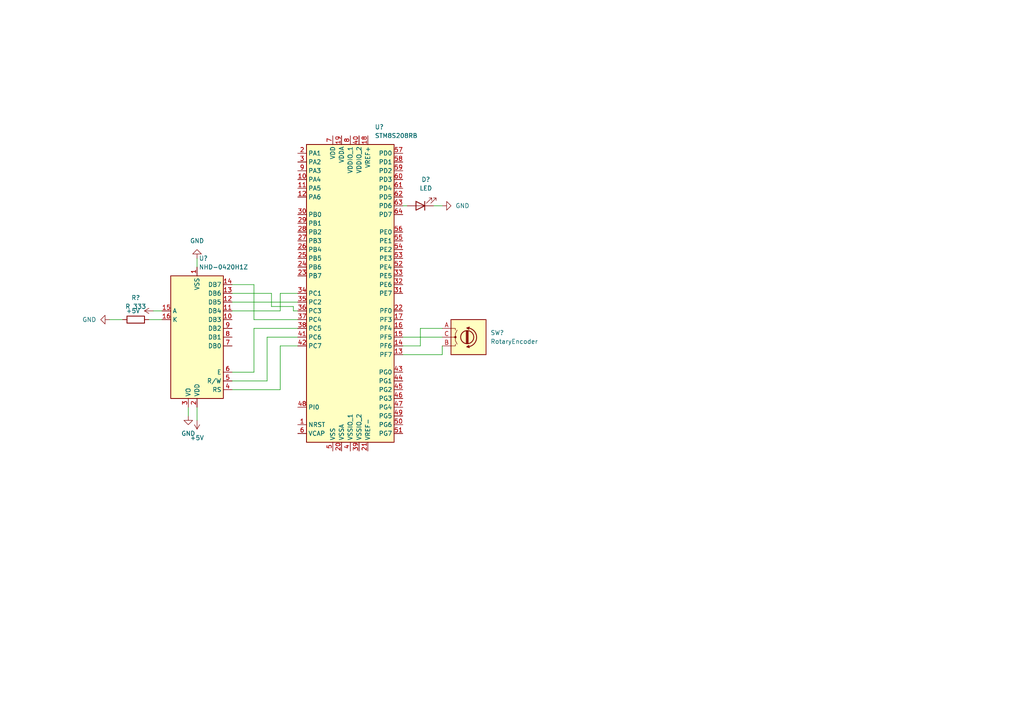
<source format=kicad_sch>
(kicad_sch (version 20211123) (generator eeschema)

  (uuid 9538e4ed-27e6-4c37-b989-9859dc0d49e8)

  (paper "A4")

  (lib_symbols
    (symbol "Device:LED" (pin_numbers hide) (pin_names (offset 1.016) hide) (in_bom yes) (on_board yes)
      (property "Reference" "D" (id 0) (at 0 2.54 0)
        (effects (font (size 1.27 1.27)))
      )
      (property "Value" "LED" (id 1) (at 0 -2.54 0)
        (effects (font (size 1.27 1.27)))
      )
      (property "Footprint" "" (id 2) (at 0 0 0)
        (effects (font (size 1.27 1.27)) hide)
      )
      (property "Datasheet" "~" (id 3) (at 0 0 0)
        (effects (font (size 1.27 1.27)) hide)
      )
      (property "ki_keywords" "LED diode" (id 4) (at 0 0 0)
        (effects (font (size 1.27 1.27)) hide)
      )
      (property "ki_description" "Light emitting diode" (id 5) (at 0 0 0)
        (effects (font (size 1.27 1.27)) hide)
      )
      (property "ki_fp_filters" "LED* LED_SMD:* LED_THT:*" (id 6) (at 0 0 0)
        (effects (font (size 1.27 1.27)) hide)
      )
      (symbol "LED_0_1"
        (polyline
          (pts
            (xy -1.27 -1.27)
            (xy -1.27 1.27)
          )
          (stroke (width 0.254) (type default) (color 0 0 0 0))
          (fill (type none))
        )
        (polyline
          (pts
            (xy -1.27 0)
            (xy 1.27 0)
          )
          (stroke (width 0) (type default) (color 0 0 0 0))
          (fill (type none))
        )
        (polyline
          (pts
            (xy 1.27 -1.27)
            (xy 1.27 1.27)
            (xy -1.27 0)
            (xy 1.27 -1.27)
          )
          (stroke (width 0.254) (type default) (color 0 0 0 0))
          (fill (type none))
        )
        (polyline
          (pts
            (xy -3.048 -0.762)
            (xy -4.572 -2.286)
            (xy -3.81 -2.286)
            (xy -4.572 -2.286)
            (xy -4.572 -1.524)
          )
          (stroke (width 0) (type default) (color 0 0 0 0))
          (fill (type none))
        )
        (polyline
          (pts
            (xy -1.778 -0.762)
            (xy -3.302 -2.286)
            (xy -2.54 -2.286)
            (xy -3.302 -2.286)
            (xy -3.302 -1.524)
          )
          (stroke (width 0) (type default) (color 0 0 0 0))
          (fill (type none))
        )
      )
      (symbol "LED_1_1"
        (pin passive line (at -3.81 0 0) (length 2.54)
          (name "K" (effects (font (size 1.27 1.27))))
          (number "1" (effects (font (size 1.27 1.27))))
        )
        (pin passive line (at 3.81 0 180) (length 2.54)
          (name "A" (effects (font (size 1.27 1.27))))
          (number "2" (effects (font (size 1.27 1.27))))
        )
      )
    )
    (symbol "Device:R" (pin_numbers hide) (pin_names (offset 0)) (in_bom yes) (on_board yes)
      (property "Reference" "R" (id 0) (at 2.032 0 90)
        (effects (font (size 1.27 1.27)))
      )
      (property "Value" "R" (id 1) (at 0 0 90)
        (effects (font (size 1.27 1.27)))
      )
      (property "Footprint" "" (id 2) (at -1.778 0 90)
        (effects (font (size 1.27 1.27)) hide)
      )
      (property "Datasheet" "~" (id 3) (at 0 0 0)
        (effects (font (size 1.27 1.27)) hide)
      )
      (property "ki_keywords" "R res resistor" (id 4) (at 0 0 0)
        (effects (font (size 1.27 1.27)) hide)
      )
      (property "ki_description" "Resistor" (id 5) (at 0 0 0)
        (effects (font (size 1.27 1.27)) hide)
      )
      (property "ki_fp_filters" "R_*" (id 6) (at 0 0 0)
        (effects (font (size 1.27 1.27)) hide)
      )
      (symbol "R_0_1"
        (rectangle (start -1.016 -2.54) (end 1.016 2.54)
          (stroke (width 0.254) (type default) (color 0 0 0 0))
          (fill (type none))
        )
      )
      (symbol "R_1_1"
        (pin passive line (at 0 3.81 270) (length 1.27)
          (name "~" (effects (font (size 1.27 1.27))))
          (number "1" (effects (font (size 1.27 1.27))))
        )
        (pin passive line (at 0 -3.81 90) (length 1.27)
          (name "~" (effects (font (size 1.27 1.27))))
          (number "2" (effects (font (size 1.27 1.27))))
        )
      )
    )
    (symbol "Device:RotaryEncoder" (pin_names (offset 0.254) hide) (in_bom yes) (on_board yes)
      (property "Reference" "SW" (id 0) (at 0 6.604 0)
        (effects (font (size 1.27 1.27)))
      )
      (property "Value" "RotaryEncoder" (id 1) (at 0 -6.604 0)
        (effects (font (size 1.27 1.27)))
      )
      (property "Footprint" "" (id 2) (at -3.81 4.064 0)
        (effects (font (size 1.27 1.27)) hide)
      )
      (property "Datasheet" "~" (id 3) (at 0 6.604 0)
        (effects (font (size 1.27 1.27)) hide)
      )
      (property "ki_keywords" "rotary switch encoder" (id 4) (at 0 0 0)
        (effects (font (size 1.27 1.27)) hide)
      )
      (property "ki_description" "Rotary encoder, dual channel, incremental quadrate outputs" (id 5) (at 0 0 0)
        (effects (font (size 1.27 1.27)) hide)
      )
      (property "ki_fp_filters" "RotaryEncoder*" (id 6) (at 0 0 0)
        (effects (font (size 1.27 1.27)) hide)
      )
      (symbol "RotaryEncoder_0_1"
        (rectangle (start -5.08 5.08) (end 5.08 -5.08)
          (stroke (width 0.254) (type default) (color 0 0 0 0))
          (fill (type background))
        )
        (circle (center -3.81 0) (radius 0.254)
          (stroke (width 0) (type default) (color 0 0 0 0))
          (fill (type outline))
        )
        (arc (start -0.381 -2.794) (mid 2.3622 -0.0635) (end -0.381 2.667)
          (stroke (width 0.254) (type default) (color 0 0 0 0))
          (fill (type none))
        )
        (circle (center -0.381 0) (radius 1.905)
          (stroke (width 0.254) (type default) (color 0 0 0 0))
          (fill (type none))
        )
        (polyline
          (pts
            (xy -0.635 -1.778)
            (xy -0.635 1.778)
          )
          (stroke (width 0.254) (type default) (color 0 0 0 0))
          (fill (type none))
        )
        (polyline
          (pts
            (xy -0.381 -1.778)
            (xy -0.381 1.778)
          )
          (stroke (width 0.254) (type default) (color 0 0 0 0))
          (fill (type none))
        )
        (polyline
          (pts
            (xy -0.127 1.778)
            (xy -0.127 -1.778)
          )
          (stroke (width 0.254) (type default) (color 0 0 0 0))
          (fill (type none))
        )
        (polyline
          (pts
            (xy -5.08 -2.54)
            (xy -3.81 -2.54)
            (xy -3.81 -2.032)
          )
          (stroke (width 0) (type default) (color 0 0 0 0))
          (fill (type none))
        )
        (polyline
          (pts
            (xy -5.08 2.54)
            (xy -3.81 2.54)
            (xy -3.81 2.032)
          )
          (stroke (width 0) (type default) (color 0 0 0 0))
          (fill (type none))
        )
        (polyline
          (pts
            (xy 0.254 -3.048)
            (xy -0.508 -2.794)
            (xy 0.127 -2.413)
          )
          (stroke (width 0.254) (type default) (color 0 0 0 0))
          (fill (type none))
        )
        (polyline
          (pts
            (xy 0.254 2.921)
            (xy -0.508 2.667)
            (xy 0.127 2.286)
          )
          (stroke (width 0.254) (type default) (color 0 0 0 0))
          (fill (type none))
        )
        (polyline
          (pts
            (xy -5.08 0)
            (xy -3.81 0)
            (xy -3.81 -1.016)
            (xy -3.302 -2.032)
          )
          (stroke (width 0) (type default) (color 0 0 0 0))
          (fill (type none))
        )
        (polyline
          (pts
            (xy -4.318 0)
            (xy -3.81 0)
            (xy -3.81 1.016)
            (xy -3.302 2.032)
          )
          (stroke (width 0) (type default) (color 0 0 0 0))
          (fill (type none))
        )
      )
      (symbol "RotaryEncoder_1_1"
        (pin passive line (at -7.62 2.54 0) (length 2.54)
          (name "A" (effects (font (size 1.27 1.27))))
          (number "A" (effects (font (size 1.27 1.27))))
        )
        (pin passive line (at -7.62 -2.54 0) (length 2.54)
          (name "B" (effects (font (size 1.27 1.27))))
          (number "B" (effects (font (size 1.27 1.27))))
        )
        (pin passive line (at -7.62 0 0) (length 2.54)
          (name "C" (effects (font (size 1.27 1.27))))
          (number "C" (effects (font (size 1.27 1.27))))
        )
      )
    )
    (symbol "Display_Character:NHD-0420H1Z" (in_bom yes) (on_board yes)
      (property "Reference" "U" (id 0) (at -6.35 19.05 0)
        (effects (font (size 1.27 1.27)))
      )
      (property "Value" "NHD-0420H1Z" (id 1) (at 5.08 19.05 0)
        (effects (font (size 1.27 1.27)) (justify left))
      )
      (property "Footprint" "Display:NHD-0420H1Z" (id 2) (at 0 -22.86 0)
        (effects (font (size 1.27 1.27)) hide)
      )
      (property "Datasheet" "http://www.newhavendisplay.com/specs/NHD-0420H1Z-FSW-GBW-33V3.pdf" (id 3) (at 2.54 -2.54 0)
        (effects (font (size 1.27 1.27)) hide)
      )
      (property "ki_keywords" "display LCD 20x4" (id 4) (at 0 0 0)
        (effects (font (size 1.27 1.27)) hide)
      )
      (property "ki_description" "LCD 20x4 Alphanumeric 16pin Blue/White/Green Backlight, 8bit parallel, 3.3V VDD" (id 5) (at 0 0 0)
        (effects (font (size 1.27 1.27)) hide)
      )
      (property "ki_fp_filters" "NHD*0420H1Z*" (id 6) (at 0 0 0)
        (effects (font (size 1.27 1.27)) hide)
      )
      (symbol "NHD-0420H1Z_0_1"
        (rectangle (start -7.62 17.78) (end 7.62 -17.78)
          (stroke (width 0.254) (type default) (color 0 0 0 0))
          (fill (type background))
        )
      )
      (symbol "NHD-0420H1Z_1_1"
        (pin power_in line (at 0 -20.32 90) (length 2.54)
          (name "VSS" (effects (font (size 1.27 1.27))))
          (number "1" (effects (font (size 1.27 1.27))))
        )
        (pin bidirectional line (at -10.16 -5.08 0) (length 2.54)
          (name "DB3" (effects (font (size 1.27 1.27))))
          (number "10" (effects (font (size 1.27 1.27))))
        )
        (pin bidirectional line (at -10.16 -7.62 0) (length 2.54)
          (name "DB4" (effects (font (size 1.27 1.27))))
          (number "11" (effects (font (size 1.27 1.27))))
        )
        (pin bidirectional line (at -10.16 -10.16 0) (length 2.54)
          (name "DB5" (effects (font (size 1.27 1.27))))
          (number "12" (effects (font (size 1.27 1.27))))
        )
        (pin bidirectional line (at -10.16 -12.7 0) (length 2.54)
          (name "DB6" (effects (font (size 1.27 1.27))))
          (number "13" (effects (font (size 1.27 1.27))))
        )
        (pin bidirectional line (at -10.16 -15.24 0) (length 2.54)
          (name "DB7" (effects (font (size 1.27 1.27))))
          (number "14" (effects (font (size 1.27 1.27))))
        )
        (pin passive line (at 10.16 -7.62 180) (length 2.54)
          (name "A" (effects (font (size 1.27 1.27))))
          (number "15" (effects (font (size 1.27 1.27))))
        )
        (pin passive line (at 10.16 -5.08 180) (length 2.54)
          (name "K" (effects (font (size 1.27 1.27))))
          (number "16" (effects (font (size 1.27 1.27))))
        )
        (pin power_in line (at 0 20.32 270) (length 2.54)
          (name "VDD" (effects (font (size 1.27 1.27))))
          (number "2" (effects (font (size 1.27 1.27))))
        )
        (pin power_in line (at 2.54 20.32 270) (length 2.54)
          (name "VO" (effects (font (size 1.27 1.27))))
          (number "3" (effects (font (size 1.27 1.27))))
        )
        (pin input line (at -10.16 15.24 0) (length 2.54)
          (name "RS" (effects (font (size 1.27 1.27))))
          (number "4" (effects (font (size 1.27 1.27))))
        )
        (pin input line (at -10.16 12.7 0) (length 2.54)
          (name "R/W" (effects (font (size 1.27 1.27))))
          (number "5" (effects (font (size 1.27 1.27))))
        )
        (pin input line (at -10.16 10.16 0) (length 2.54)
          (name "E" (effects (font (size 1.27 1.27))))
          (number "6" (effects (font (size 1.27 1.27))))
        )
        (pin bidirectional line (at -10.16 2.54 0) (length 2.54)
          (name "DB0" (effects (font (size 1.27 1.27))))
          (number "7" (effects (font (size 1.27 1.27))))
        )
        (pin bidirectional line (at -10.16 0 0) (length 2.54)
          (name "DB1" (effects (font (size 1.27 1.27))))
          (number "8" (effects (font (size 1.27 1.27))))
        )
        (pin bidirectional line (at -10.16 -2.54 0) (length 2.54)
          (name "DB2" (effects (font (size 1.27 1.27))))
          (number "9" (effects (font (size 1.27 1.27))))
        )
      )
    )
    (symbol "MCU_ST_STM8:STM8S208RB" (in_bom yes) (on_board yes)
      (property "Reference" "U" (id 0) (at 13.97 48.26 0)
        (effects (font (size 1.27 1.27)))
      )
      (property "Value" "STM8S208RB" (id 1) (at 13.97 45.72 0)
        (effects (font (size 1.27 1.27)))
      )
      (property "Footprint" "Package_QFP:LQFP-64_10x10mm_P0.5mm" (id 2) (at 1.27 -55.88 0)
        (effects (font (size 1.27 1.27)) hide)
      )
      (property "Datasheet" "https://www.st.com/resource/en/datasheet/stm8s208rb.pdf" (id 3) (at -2.54 0 0)
        (effects (font (size 1.27 1.27)) hide)
      )
      (property "ki_keywords" "STM8 Microcontroller Performance Line" (id 4) (at 0 0 0)
        (effects (font (size 1.27 1.27)) hide)
      )
      (property "ki_description" "24MHz, 128K Flash, 2K EEPROM, 10-bit ADC, 2 UARTs, SPI, I²C, CAN, LQFP-64" (id 5) (at 0 0 0)
        (effects (font (size 1.27 1.27)) hide)
      )
      (property "ki_fp_filters" "LQFP*10x10mm*P0.5mm*" (id 6) (at 0 0 0)
        (effects (font (size 1.27 1.27)) hide)
      )
      (symbol "STM8S208RB_0_1"
        (rectangle (start 12.7 43.18) (end -12.7 -43.18)
          (stroke (width 0.254) (type default) (color 0 0 0 0))
          (fill (type background))
        )
      )
      (symbol "STM8S208RB_1_1"
        (pin input line (at -15.24 -38.1 0) (length 2.54)
          (name "NRST" (effects (font (size 1.27 1.27))))
          (number "1" (effects (font (size 1.27 1.27))))
        )
        (pin bidirectional line (at -15.24 33.02 0) (length 2.54)
          (name "PA4" (effects (font (size 1.27 1.27))))
          (number "10" (effects (font (size 1.27 1.27))))
        )
        (pin bidirectional line (at -15.24 30.48 0) (length 2.54)
          (name "PA5" (effects (font (size 1.27 1.27))))
          (number "11" (effects (font (size 1.27 1.27))))
        )
        (pin bidirectional line (at -15.24 27.94 0) (length 2.54)
          (name "PA6" (effects (font (size 1.27 1.27))))
          (number "12" (effects (font (size 1.27 1.27))))
        )
        (pin bidirectional line (at 15.24 -17.78 180) (length 2.54)
          (name "PF7" (effects (font (size 1.27 1.27))))
          (number "13" (effects (font (size 1.27 1.27))))
        )
        (pin bidirectional line (at 15.24 -15.24 180) (length 2.54)
          (name "PF6" (effects (font (size 1.27 1.27))))
          (number "14" (effects (font (size 1.27 1.27))))
        )
        (pin bidirectional line (at 15.24 -12.7 180) (length 2.54)
          (name "PF5" (effects (font (size 1.27 1.27))))
          (number "15" (effects (font (size 1.27 1.27))))
        )
        (pin bidirectional line (at 15.24 -10.16 180) (length 2.54)
          (name "PF4" (effects (font (size 1.27 1.27))))
          (number "16" (effects (font (size 1.27 1.27))))
        )
        (pin bidirectional line (at 15.24 -7.62 180) (length 2.54)
          (name "PF3" (effects (font (size 1.27 1.27))))
          (number "17" (effects (font (size 1.27 1.27))))
        )
        (pin power_in line (at 5.08 45.72 270) (length 2.54)
          (name "VREF+" (effects (font (size 1.27 1.27))))
          (number "18" (effects (font (size 1.27 1.27))))
        )
        (pin power_in line (at -2.54 45.72 270) (length 2.54)
          (name "VDDA" (effects (font (size 1.27 1.27))))
          (number "19" (effects (font (size 1.27 1.27))))
        )
        (pin bidirectional line (at -15.24 40.64 0) (length 2.54)
          (name "PA1" (effects (font (size 1.27 1.27))))
          (number "2" (effects (font (size 1.27 1.27))))
        )
        (pin power_in line (at -2.54 -45.72 90) (length 2.54)
          (name "VSSA" (effects (font (size 1.27 1.27))))
          (number "20" (effects (font (size 1.27 1.27))))
        )
        (pin power_in line (at 5.08 -45.72 90) (length 2.54)
          (name "VREF-" (effects (font (size 1.27 1.27))))
          (number "21" (effects (font (size 1.27 1.27))))
        )
        (pin bidirectional line (at 15.24 -5.08 180) (length 2.54)
          (name "PF0" (effects (font (size 1.27 1.27))))
          (number "22" (effects (font (size 1.27 1.27))))
        )
        (pin bidirectional line (at -15.24 5.08 0) (length 2.54)
          (name "PB7" (effects (font (size 1.27 1.27))))
          (number "23" (effects (font (size 1.27 1.27))))
        )
        (pin bidirectional line (at -15.24 7.62 0) (length 2.54)
          (name "PB6" (effects (font (size 1.27 1.27))))
          (number "24" (effects (font (size 1.27 1.27))))
        )
        (pin bidirectional line (at -15.24 10.16 0) (length 2.54)
          (name "PB5" (effects (font (size 1.27 1.27))))
          (number "25" (effects (font (size 1.27 1.27))))
        )
        (pin bidirectional line (at -15.24 12.7 0) (length 2.54)
          (name "PB4" (effects (font (size 1.27 1.27))))
          (number "26" (effects (font (size 1.27 1.27))))
        )
        (pin bidirectional line (at -15.24 15.24 0) (length 2.54)
          (name "PB3" (effects (font (size 1.27 1.27))))
          (number "27" (effects (font (size 1.27 1.27))))
        )
        (pin bidirectional line (at -15.24 17.78 0) (length 2.54)
          (name "PB2" (effects (font (size 1.27 1.27))))
          (number "28" (effects (font (size 1.27 1.27))))
        )
        (pin bidirectional line (at -15.24 20.32 0) (length 2.54)
          (name "PB1" (effects (font (size 1.27 1.27))))
          (number "29" (effects (font (size 1.27 1.27))))
        )
        (pin bidirectional line (at -15.24 38.1 0) (length 2.54)
          (name "PA2" (effects (font (size 1.27 1.27))))
          (number "3" (effects (font (size 1.27 1.27))))
        )
        (pin bidirectional line (at -15.24 22.86 0) (length 2.54)
          (name "PB0" (effects (font (size 1.27 1.27))))
          (number "30" (effects (font (size 1.27 1.27))))
        )
        (pin bidirectional line (at 15.24 0 180) (length 2.54)
          (name "PE7" (effects (font (size 1.27 1.27))))
          (number "31" (effects (font (size 1.27 1.27))))
        )
        (pin bidirectional line (at 15.24 2.54 180) (length 2.54)
          (name "PE6" (effects (font (size 1.27 1.27))))
          (number "32" (effects (font (size 1.27 1.27))))
        )
        (pin bidirectional line (at 15.24 5.08 180) (length 2.54)
          (name "PE5" (effects (font (size 1.27 1.27))))
          (number "33" (effects (font (size 1.27 1.27))))
        )
        (pin bidirectional line (at -15.24 0 0) (length 2.54)
          (name "PC1" (effects (font (size 1.27 1.27))))
          (number "34" (effects (font (size 1.27 1.27))))
        )
        (pin bidirectional line (at -15.24 -2.54 0) (length 2.54)
          (name "PC2" (effects (font (size 1.27 1.27))))
          (number "35" (effects (font (size 1.27 1.27))))
        )
        (pin bidirectional line (at -15.24 -5.08 0) (length 2.54)
          (name "PC3" (effects (font (size 1.27 1.27))))
          (number "36" (effects (font (size 1.27 1.27))))
        )
        (pin bidirectional line (at -15.24 -7.62 0) (length 2.54)
          (name "PC4" (effects (font (size 1.27 1.27))))
          (number "37" (effects (font (size 1.27 1.27))))
        )
        (pin bidirectional line (at -15.24 -10.16 0) (length 2.54)
          (name "PC5" (effects (font (size 1.27 1.27))))
          (number "38" (effects (font (size 1.27 1.27))))
        )
        (pin power_in line (at 2.54 -45.72 90) (length 2.54)
          (name "VSSIO_2" (effects (font (size 1.27 1.27))))
          (number "39" (effects (font (size 1.27 1.27))))
        )
        (pin power_in line (at 0 -45.72 90) (length 2.54)
          (name "VSSIO_1" (effects (font (size 1.27 1.27))))
          (number "4" (effects (font (size 1.27 1.27))))
        )
        (pin power_in line (at 2.54 45.72 270) (length 2.54)
          (name "VDDIO_2" (effects (font (size 1.27 1.27))))
          (number "40" (effects (font (size 1.27 1.27))))
        )
        (pin bidirectional line (at -15.24 -12.7 0) (length 2.54)
          (name "PC6" (effects (font (size 1.27 1.27))))
          (number "41" (effects (font (size 1.27 1.27))))
        )
        (pin bidirectional line (at -15.24 -15.24 0) (length 2.54)
          (name "PC7" (effects (font (size 1.27 1.27))))
          (number "42" (effects (font (size 1.27 1.27))))
        )
        (pin bidirectional line (at 15.24 -22.86 180) (length 2.54)
          (name "PG0" (effects (font (size 1.27 1.27))))
          (number "43" (effects (font (size 1.27 1.27))))
        )
        (pin bidirectional line (at 15.24 -25.4 180) (length 2.54)
          (name "PG1" (effects (font (size 1.27 1.27))))
          (number "44" (effects (font (size 1.27 1.27))))
        )
        (pin bidirectional line (at 15.24 -27.94 180) (length 2.54)
          (name "PG2" (effects (font (size 1.27 1.27))))
          (number "45" (effects (font (size 1.27 1.27))))
        )
        (pin bidirectional line (at 15.24 -30.48 180) (length 2.54)
          (name "PG3" (effects (font (size 1.27 1.27))))
          (number "46" (effects (font (size 1.27 1.27))))
        )
        (pin bidirectional line (at 15.24 -33.02 180) (length 2.54)
          (name "PG4" (effects (font (size 1.27 1.27))))
          (number "47" (effects (font (size 1.27 1.27))))
        )
        (pin bidirectional line (at -15.24 -33.02 0) (length 2.54)
          (name "PI0" (effects (font (size 1.27 1.27))))
          (number "48" (effects (font (size 1.27 1.27))))
        )
        (pin bidirectional line (at 15.24 -35.56 180) (length 2.54)
          (name "PG5" (effects (font (size 1.27 1.27))))
          (number "49" (effects (font (size 1.27 1.27))))
        )
        (pin power_in line (at -5.08 -45.72 90) (length 2.54)
          (name "VSS" (effects (font (size 1.27 1.27))))
          (number "5" (effects (font (size 1.27 1.27))))
        )
        (pin bidirectional line (at 15.24 -38.1 180) (length 2.54)
          (name "PG6" (effects (font (size 1.27 1.27))))
          (number "50" (effects (font (size 1.27 1.27))))
        )
        (pin bidirectional line (at 15.24 -40.64 180) (length 2.54)
          (name "PG7" (effects (font (size 1.27 1.27))))
          (number "51" (effects (font (size 1.27 1.27))))
        )
        (pin bidirectional line (at 15.24 7.62 180) (length 2.54)
          (name "PE4" (effects (font (size 1.27 1.27))))
          (number "52" (effects (font (size 1.27 1.27))))
        )
        (pin bidirectional line (at 15.24 10.16 180) (length 2.54)
          (name "PE3" (effects (font (size 1.27 1.27))))
          (number "53" (effects (font (size 1.27 1.27))))
        )
        (pin bidirectional line (at 15.24 12.7 180) (length 2.54)
          (name "PE2" (effects (font (size 1.27 1.27))))
          (number "54" (effects (font (size 1.27 1.27))))
        )
        (pin bidirectional line (at 15.24 15.24 180) (length 2.54)
          (name "PE1" (effects (font (size 1.27 1.27))))
          (number "55" (effects (font (size 1.27 1.27))))
        )
        (pin bidirectional line (at 15.24 17.78 180) (length 2.54)
          (name "PE0" (effects (font (size 1.27 1.27))))
          (number "56" (effects (font (size 1.27 1.27))))
        )
        (pin bidirectional line (at 15.24 40.64 180) (length 2.54)
          (name "PD0" (effects (font (size 1.27 1.27))))
          (number "57" (effects (font (size 1.27 1.27))))
        )
        (pin bidirectional line (at 15.24 38.1 180) (length 2.54)
          (name "PD1" (effects (font (size 1.27 1.27))))
          (number "58" (effects (font (size 1.27 1.27))))
        )
        (pin bidirectional line (at 15.24 35.56 180) (length 2.54)
          (name "PD2" (effects (font (size 1.27 1.27))))
          (number "59" (effects (font (size 1.27 1.27))))
        )
        (pin input line (at -15.24 -40.64 0) (length 2.54)
          (name "VCAP" (effects (font (size 1.27 1.27))))
          (number "6" (effects (font (size 1.27 1.27))))
        )
        (pin bidirectional line (at 15.24 33.02 180) (length 2.54)
          (name "PD3" (effects (font (size 1.27 1.27))))
          (number "60" (effects (font (size 1.27 1.27))))
        )
        (pin bidirectional line (at 15.24 30.48 180) (length 2.54)
          (name "PD4" (effects (font (size 1.27 1.27))))
          (number "61" (effects (font (size 1.27 1.27))))
        )
        (pin bidirectional line (at 15.24 27.94 180) (length 2.54)
          (name "PD5" (effects (font (size 1.27 1.27))))
          (number "62" (effects (font (size 1.27 1.27))))
        )
        (pin bidirectional line (at 15.24 25.4 180) (length 2.54)
          (name "PD6" (effects (font (size 1.27 1.27))))
          (number "63" (effects (font (size 1.27 1.27))))
        )
        (pin bidirectional line (at 15.24 22.86 180) (length 2.54)
          (name "PD7" (effects (font (size 1.27 1.27))))
          (number "64" (effects (font (size 1.27 1.27))))
        )
        (pin power_in line (at -5.08 45.72 270) (length 2.54)
          (name "VDD" (effects (font (size 1.27 1.27))))
          (number "7" (effects (font (size 1.27 1.27))))
        )
        (pin power_in line (at 0 45.72 270) (length 2.54)
          (name "VDDIO_1" (effects (font (size 1.27 1.27))))
          (number "8" (effects (font (size 1.27 1.27))))
        )
        (pin bidirectional line (at -15.24 35.56 0) (length 2.54)
          (name "PA3" (effects (font (size 1.27 1.27))))
          (number "9" (effects (font (size 1.27 1.27))))
        )
      )
    )
    (symbol "power:+5V" (power) (pin_names (offset 0)) (in_bom yes) (on_board yes)
      (property "Reference" "#PWR" (id 0) (at 0 -3.81 0)
        (effects (font (size 1.27 1.27)) hide)
      )
      (property "Value" "+5V" (id 1) (at 0 3.556 0)
        (effects (font (size 1.27 1.27)))
      )
      (property "Footprint" "" (id 2) (at 0 0 0)
        (effects (font (size 1.27 1.27)) hide)
      )
      (property "Datasheet" "" (id 3) (at 0 0 0)
        (effects (font (size 1.27 1.27)) hide)
      )
      (property "ki_keywords" "power-flag" (id 4) (at 0 0 0)
        (effects (font (size 1.27 1.27)) hide)
      )
      (property "ki_description" "Power symbol creates a global label with name \"+5V\"" (id 5) (at 0 0 0)
        (effects (font (size 1.27 1.27)) hide)
      )
      (symbol "+5V_0_1"
        (polyline
          (pts
            (xy -0.762 1.27)
            (xy 0 2.54)
          )
          (stroke (width 0) (type default) (color 0 0 0 0))
          (fill (type none))
        )
        (polyline
          (pts
            (xy 0 0)
            (xy 0 2.54)
          )
          (stroke (width 0) (type default) (color 0 0 0 0))
          (fill (type none))
        )
        (polyline
          (pts
            (xy 0 2.54)
            (xy 0.762 1.27)
          )
          (stroke (width 0) (type default) (color 0 0 0 0))
          (fill (type none))
        )
      )
      (symbol "+5V_1_1"
        (pin power_in line (at 0 0 90) (length 0) hide
          (name "+5V" (effects (font (size 1.27 1.27))))
          (number "1" (effects (font (size 1.27 1.27))))
        )
      )
    )
    (symbol "power:GND" (power) (pin_names (offset 0)) (in_bom yes) (on_board yes)
      (property "Reference" "#PWR" (id 0) (at 0 -6.35 0)
        (effects (font (size 1.27 1.27)) hide)
      )
      (property "Value" "GND" (id 1) (at 0 -3.81 0)
        (effects (font (size 1.27 1.27)))
      )
      (property "Footprint" "" (id 2) (at 0 0 0)
        (effects (font (size 1.27 1.27)) hide)
      )
      (property "Datasheet" "" (id 3) (at 0 0 0)
        (effects (font (size 1.27 1.27)) hide)
      )
      (property "ki_keywords" "power-flag" (id 4) (at 0 0 0)
        (effects (font (size 1.27 1.27)) hide)
      )
      (property "ki_description" "Power symbol creates a global label with name \"GND\" , ground" (id 5) (at 0 0 0)
        (effects (font (size 1.27 1.27)) hide)
      )
      (symbol "GND_0_1"
        (polyline
          (pts
            (xy 0 0)
            (xy 0 -1.27)
            (xy 1.27 -1.27)
            (xy 0 -2.54)
            (xy -1.27 -1.27)
            (xy 0 -1.27)
          )
          (stroke (width 0) (type default) (color 0 0 0 0))
          (fill (type none))
        )
      )
      (symbol "GND_1_1"
        (pin power_in line (at 0 0 270) (length 0) hide
          (name "GND" (effects (font (size 1.27 1.27))))
          (number "1" (effects (font (size 1.27 1.27))))
        )
      )
    )
  )


  (wire (pts (xy 81.28 85.09) (xy 86.36 85.09))
    (stroke (width 0) (type default) (color 0 0 0 0))
    (uuid 019e6a1a-f060-4f71-a26c-8204060cb9c4)
  )
  (wire (pts (xy 73.66 107.95) (xy 73.66 95.25))
    (stroke (width 0) (type default) (color 0 0 0 0))
    (uuid 04d0c8ff-9dc1-48e9-a54d-13afe86bae9e)
  )
  (wire (pts (xy 44.45 90.17) (xy 46.99 90.17))
    (stroke (width 0) (type default) (color 0 0 0 0))
    (uuid 0711c49e-7f5a-439f-b3dd-528af5c0adcf)
  )
  (wire (pts (xy 121.92 100.33) (xy 116.84 100.33))
    (stroke (width 0) (type default) (color 0 0 0 0))
    (uuid 08f61032-1d67-4be8-8d63-2036fc4939b5)
  )
  (wire (pts (xy 81.28 100.33) (xy 86.36 100.33))
    (stroke (width 0) (type default) (color 0 0 0 0))
    (uuid 0a1aaf85-4cf3-49bc-89eb-7ef52ece0549)
  )
  (wire (pts (xy 77.47 97.79) (xy 86.36 97.79))
    (stroke (width 0) (type default) (color 0 0 0 0))
    (uuid 1fd8bcf9-1115-40ff-b6ca-da986db80349)
  )
  (wire (pts (xy 67.31 107.95) (xy 73.66 107.95))
    (stroke (width 0) (type default) (color 0 0 0 0))
    (uuid 3b9fe66f-f2e7-478d-938e-79b9a2f79bfc)
  )
  (wire (pts (xy 67.31 82.55) (xy 73.66 82.55))
    (stroke (width 0) (type default) (color 0 0 0 0))
    (uuid 3c1de0cc-e6bb-4a3c-8c40-d05b86d284de)
  )
  (wire (pts (xy 67.31 90.17) (xy 81.28 90.17))
    (stroke (width 0) (type default) (color 0 0 0 0))
    (uuid 3c221329-311d-4f86-83fd-870c375f42c5)
  )
  (wire (pts (xy 85.09 88.9) (xy 85.09 90.17))
    (stroke (width 0) (type default) (color 0 0 0 0))
    (uuid 405acbe3-bada-4724-a0b8-04cb4c74ba82)
  )
  (wire (pts (xy 85.09 90.17) (xy 86.36 90.17))
    (stroke (width 0) (type default) (color 0 0 0 0))
    (uuid 4126a42c-4de4-4253-9da8-90210f81146e)
  )
  (wire (pts (xy 67.31 113.03) (xy 81.28 113.03))
    (stroke (width 0) (type default) (color 0 0 0 0))
    (uuid 4864af48-7fb2-4205-93fe-ba3d3ff21e81)
  )
  (wire (pts (xy 116.84 102.87) (xy 128.27 102.87))
    (stroke (width 0) (type default) (color 0 0 0 0))
    (uuid 584e91a5-1d55-427d-97d4-4b9a5e988150)
  )
  (wire (pts (xy 67.31 87.63) (xy 86.36 87.63))
    (stroke (width 0) (type default) (color 0 0 0 0))
    (uuid 58870269-a8a9-49b7-9012-e6c62da32f5b)
  )
  (wire (pts (xy 81.28 90.17) (xy 81.28 85.09))
    (stroke (width 0) (type default) (color 0 0 0 0))
    (uuid 5b5455cd-6725-43de-8cf4-388a80962484)
  )
  (wire (pts (xy 116.84 97.79) (xy 128.27 97.79))
    (stroke (width 0) (type default) (color 0 0 0 0))
    (uuid 5be2efa5-f5a0-4d77-b14a-f4805f10fe06)
  )
  (wire (pts (xy 81.28 113.03) (xy 81.28 100.33))
    (stroke (width 0) (type default) (color 0 0 0 0))
    (uuid 62bf3ac2-96c0-4d39-bbe2-084d633cdec9)
  )
  (wire (pts (xy 78.74 85.09) (xy 78.74 88.9))
    (stroke (width 0) (type default) (color 0 0 0 0))
    (uuid 6aa26d43-cfa7-4db2-a59f-66a6b212804b)
  )
  (wire (pts (xy 73.66 82.55) (xy 73.66 92.71))
    (stroke (width 0) (type default) (color 0 0 0 0))
    (uuid 6caa7050-75a9-464b-ad77-6ba83d1a71d7)
  )
  (wire (pts (xy 67.31 85.09) (xy 78.74 85.09))
    (stroke (width 0) (type default) (color 0 0 0 0))
    (uuid 7ee9a5a7-9d8a-46e8-9d7d-3931c607fc20)
  )
  (wire (pts (xy 77.47 110.49) (xy 77.47 97.79))
    (stroke (width 0) (type default) (color 0 0 0 0))
    (uuid 7f770a9d-13f3-41f5-acea-b6b1fbb3b827)
  )
  (wire (pts (xy 57.15 118.11) (xy 57.15 121.92))
    (stroke (width 0) (type default) (color 0 0 0 0))
    (uuid a6b889d4-6bb0-4b8b-9a7f-6a66b181e1ca)
  )
  (wire (pts (xy 31.75 92.71) (xy 35.56 92.71))
    (stroke (width 0) (type default) (color 0 0 0 0))
    (uuid a86a0fb1-5884-4b4f-b252-aaac4770e53f)
  )
  (wire (pts (xy 57.15 74.93) (xy 57.15 77.47))
    (stroke (width 0) (type default) (color 0 0 0 0))
    (uuid a9be33f0-77c1-40c0-800d-1fd033db966f)
  )
  (wire (pts (xy 43.18 92.71) (xy 46.99 92.71))
    (stroke (width 0) (type default) (color 0 0 0 0))
    (uuid b2d9e072-9ad6-4cf6-a44d-25e24bc79e22)
  )
  (wire (pts (xy 73.66 92.71) (xy 86.36 92.71))
    (stroke (width 0) (type default) (color 0 0 0 0))
    (uuid b3500383-6114-42a9-98d9-41bd2660c20b)
  )
  (wire (pts (xy 54.61 118.11) (xy 54.61 120.65))
    (stroke (width 0) (type default) (color 0 0 0 0))
    (uuid b6461aa1-89f8-4815-aa54-e53a1a515052)
  )
  (wire (pts (xy 121.92 95.25) (xy 121.92 100.33))
    (stroke (width 0) (type default) (color 0 0 0 0))
    (uuid b8af22b4-78ef-4838-8379-3f081f86640f)
  )
  (wire (pts (xy 116.84 59.69) (xy 118.11 59.69))
    (stroke (width 0) (type default) (color 0 0 0 0))
    (uuid ca51d7b3-0078-4892-9705-0f5aad4175ba)
  )
  (wire (pts (xy 78.74 88.9) (xy 85.09 88.9))
    (stroke (width 0) (type default) (color 0 0 0 0))
    (uuid cdf57e32-89eb-44dd-8b3f-9753450c2442)
  )
  (wire (pts (xy 125.73 59.69) (xy 128.27 59.69))
    (stroke (width 0) (type default) (color 0 0 0 0))
    (uuid d2dab2c6-5d78-4ea5-be5b-5e4870e93a98)
  )
  (wire (pts (xy 73.66 95.25) (xy 86.36 95.25))
    (stroke (width 0) (type default) (color 0 0 0 0))
    (uuid de448466-879f-496e-b640-adbc6507d2e2)
  )
  (wire (pts (xy 128.27 95.25) (xy 121.92 95.25))
    (stroke (width 0) (type default) (color 0 0 0 0))
    (uuid e34c9431-615e-41a4-9958-222c9d01f6e7)
  )
  (wire (pts (xy 67.31 110.49) (xy 77.47 110.49))
    (stroke (width 0) (type default) (color 0 0 0 0))
    (uuid e899eb8b-63b3-4157-afcb-e5e90284af83)
  )
  (wire (pts (xy 128.27 100.33) (xy 128.27 102.87))
    (stroke (width 0) (type default) (color 0 0 0 0))
    (uuid ff41a19e-b78c-499a-a47e-a9a88b8228bc)
  )

  (symbol (lib_id "power:+5V") (at 44.45 90.17 90) (unit 1)
    (in_bom yes) (on_board yes) (fields_autoplaced)
    (uuid 060d4dd7-3ffc-4678-b52a-2651657d2e7d)
    (property "Reference" "#PWR?" (id 0) (at 48.26 90.17 0)
      (effects (font (size 1.27 1.27)) hide)
    )
    (property "Value" "+5V" (id 1) (at 40.64 90.1699 90)
      (effects (font (size 1.27 1.27)) (justify left))
    )
    (property "Footprint" "" (id 2) (at 44.45 90.17 0)
      (effects (font (size 1.27 1.27)) hide)
    )
    (property "Datasheet" "" (id 3) (at 44.45 90.17 0)
      (effects (font (size 1.27 1.27)) hide)
    )
    (pin "1" (uuid 781212f2-2f94-4cca-8fb2-fd770998c09e))
  )

  (symbol (lib_id "Device:R") (at 39.37 92.71 90) (unit 1)
    (in_bom yes) (on_board yes) (fields_autoplaced)
    (uuid 067a77d0-a5a7-48e5-ac93-997a122223f5)
    (property "Reference" "R?" (id 0) (at 39.37 86.36 90))
    (property "Value" "R 333" (id 1) (at 39.37 88.9 90))
    (property "Footprint" "Resistor_SMD:R_0201_0603Metric" (id 2) (at 39.37 94.488 90)
      (effects (font (size 1.27 1.27)) hide)
    )
    (property "Datasheet" "~" (id 3) (at 39.37 92.71 0)
      (effects (font (size 1.27 1.27)) hide)
    )
    (pin "1" (uuid 0c987bf8-4a83-4a22-8fb4-a1ec60746c85))
    (pin "2" (uuid 1c6d8785-62b6-44a1-8a74-bc80afa5d3ef))
  )

  (symbol (lib_id "MCU_ST_STM8:STM8S208RB") (at 101.6 85.09 0) (unit 1)
    (in_bom yes) (on_board yes) (fields_autoplaced)
    (uuid 15c12c77-b328-4d67-8ec4-bae951dd4888)
    (property "Reference" "U?" (id 0) (at 108.6994 36.83 0)
      (effects (font (size 1.27 1.27)) (justify left))
    )
    (property "Value" "STM8S208RB" (id 1) (at 108.6994 39.37 0)
      (effects (font (size 1.27 1.27)) (justify left))
    )
    (property "Footprint" "Package_QFP:LQFP-64_10x10mm_P0.5mm" (id 2) (at 102.87 140.97 0)
      (effects (font (size 1.27 1.27)) hide)
    )
    (property "Datasheet" "https://www.st.com/resource/en/datasheet/stm8s208rb.pdf" (id 3) (at 99.06 85.09 0)
      (effects (font (size 1.27 1.27)) hide)
    )
    (pin "1" (uuid 2c39b595-7371-4d69-a4eb-6954c38cba25))
    (pin "10" (uuid 135bb28e-67ce-4907-80a3-a24e52462e88))
    (pin "11" (uuid 63a620c4-9b17-4088-82eb-e9a81449ae76))
    (pin "12" (uuid be224275-7da4-4efc-873f-ad7cdc99a649))
    (pin "13" (uuid af6e0282-e6f6-4d21-951c-894830cfcc1c))
    (pin "14" (uuid 2563b8a5-8f45-4bdc-b488-17f7191affd1))
    (pin "15" (uuid dec35c6e-85b9-403e-b6c3-53af106699eb))
    (pin "16" (uuid 242c6eb1-ba56-4994-941c-d5469afb5e1f))
    (pin "17" (uuid 5bef4a1e-fd79-4c30-b9ec-caff6e8fd6f4))
    (pin "18" (uuid e1cfcff3-4deb-41c8-8738-db1b2ed5e96e))
    (pin "19" (uuid def3e67b-6b64-49ab-ab24-05644e005f39))
    (pin "2" (uuid 0bf6a20e-f677-41f8-9134-fd0cad13c48a))
    (pin "20" (uuid 940d7d0a-46d6-4312-9f30-252ebeb87632))
    (pin "21" (uuid 0076d025-f39d-4c18-a213-57148e29f121))
    (pin "22" (uuid b3860bdf-7734-4051-90e4-f23b2c641bae))
    (pin "23" (uuid 2b7ab02f-b5da-4511-ae44-f6227c67bc57))
    (pin "24" (uuid aedcc222-d327-4294-8a9a-2846fdb91fc6))
    (pin "25" (uuid 5c88017c-b512-4308-addd-9fd463b4539c))
    (pin "26" (uuid bec6553d-1390-4022-87e0-5cb280eb2fd5))
    (pin "27" (uuid 47871742-1446-4d41-a3cc-f4328de68c50))
    (pin "28" (uuid 69b3cfdf-aafe-4e8d-8d52-55890cce868e))
    (pin "29" (uuid 0d001381-29c7-4090-b7d5-09e06619a814))
    (pin "3" (uuid 0d76bd8b-49bb-4416-bf0e-7c3b73aa4423))
    (pin "30" (uuid 94ebacc8-2f57-4c61-8808-de9f45158ed3))
    (pin "31" (uuid 70fc5e5f-db2f-4880-802b-ad381f3bf73b))
    (pin "32" (uuid 3d937c90-881e-4d20-a4bc-ba99594bbb1b))
    (pin "33" (uuid 32574c6c-3191-4181-bc93-00ade94228c5))
    (pin "34" (uuid 963690f7-85ef-44e7-9b97-365b39b01359))
    (pin "35" (uuid c144a722-b767-4fe5-bb58-05facb7d0da8))
    (pin "36" (uuid 90a5bc85-07ac-4ee1-af41-887c984cc4b9))
    (pin "37" (uuid 70f585d0-2bf8-41a0-9223-e9025631bea9))
    (pin "38" (uuid 0d111bb5-3d74-4b6a-b71f-a3e05432daeb))
    (pin "39" (uuid 9f985dc5-6354-444e-834a-222ee5740651))
    (pin "4" (uuid 9585fddf-2e86-4133-b099-0ae998cc3426))
    (pin "40" (uuid 68d69faa-e63d-432e-b730-1ea9b8f53537))
    (pin "41" (uuid 14a0321f-bf84-4a65-969b-3e9bfef179fc))
    (pin "42" (uuid 0eb8c0cb-e428-4109-a09e-e9faa1c2f57d))
    (pin "43" (uuid 70504ad8-fb98-4fbb-b2a3-4609fe8fe69b))
    (pin "44" (uuid 6c730011-56ac-4570-a87b-d159469ee5b1))
    (pin "45" (uuid d49ed363-615b-4ba3-8c6a-0e3dd33d0e99))
    (pin "46" (uuid 8c0d8854-953d-4435-a5d1-6c3a89145482))
    (pin "47" (uuid bed2a90a-97d4-4cf9-a181-64f494c1062a))
    (pin "48" (uuid 657ac4a4-1440-455f-b7ec-807e7fefa80a))
    (pin "49" (uuid 4a4c9f8f-d711-4264-b169-4c8155115855))
    (pin "5" (uuid 56101f56-cb1f-49be-923d-a99f7c3941cb))
    (pin "50" (uuid 83be9dd7-75e9-4092-a732-9cea57fe0890))
    (pin "51" (uuid 4ae3b825-ca15-428d-a4f0-fc57f9635fe1))
    (pin "52" (uuid 27d207a4-47c4-4f06-97dc-64d3afbbc138))
    (pin "53" (uuid c7b916f9-e960-447b-be1e-560de1c464d9))
    (pin "54" (uuid b6bbd210-05a3-4179-8cc1-7433bb2b6187))
    (pin "55" (uuid aadeeda3-57ff-426a-ae2f-d68dc6fe93c0))
    (pin "56" (uuid ffe13f9e-8b12-4339-bc5c-b206c1831ae2))
    (pin "57" (uuid d0744a6d-1163-4ee7-8204-bbfb0815da18))
    (pin "58" (uuid 348ac54b-4395-46ab-9f93-2b0a2b2fcd15))
    (pin "59" (uuid ee871c7f-65d0-4ee7-bfaa-4af1c4fb698b))
    (pin "6" (uuid 934eb2df-3257-4c6c-b0c7-669bae99323f))
    (pin "60" (uuid 70624286-5c1c-420f-bd07-a6ecfccd593e))
    (pin "61" (uuid 2424ea1f-522c-4520-9646-f511649ed32b))
    (pin "62" (uuid 8bcef07e-9302-40e9-9cb4-e52609104f87))
    (pin "63" (uuid 651acc43-a883-4c7e-a170-626846a8531b))
    (pin "64" (uuid 816eb19b-9e30-49ed-8907-9ba2323c8130))
    (pin "7" (uuid 8637420b-3a2f-4035-9dcd-9b695c269986))
    (pin "8" (uuid 885790cb-d796-4d91-9e2c-f0ecef6adc56))
    (pin "9" (uuid aab7bfd5-0c70-480a-9e5f-fb34c50a054c))
  )

  (symbol (lib_id "power:GND") (at 31.75 92.71 270) (unit 1)
    (in_bom yes) (on_board yes) (fields_autoplaced)
    (uuid 459bb2fe-3a69-4dda-a4ab-1b2e1a7f79eb)
    (property "Reference" "#PWR?" (id 0) (at 25.4 92.71 0)
      (effects (font (size 1.27 1.27)) hide)
    )
    (property "Value" "GND" (id 1) (at 27.94 92.7099 90)
      (effects (font (size 1.27 1.27)) (justify right))
    )
    (property "Footprint" "" (id 2) (at 31.75 92.71 0)
      (effects (font (size 1.27 1.27)) hide)
    )
    (property "Datasheet" "" (id 3) (at 31.75 92.71 0)
      (effects (font (size 1.27 1.27)) hide)
    )
    (pin "1" (uuid 599e6f79-2735-4e40-81b7-0211599b2230))
  )

  (symbol (lib_id "Display_Character:NHD-0420H1Z") (at 57.15 97.79 180) (unit 1)
    (in_bom yes) (on_board yes) (fields_autoplaced)
    (uuid 9a8599f1-aa04-42fe-969a-f628ac03435c)
    (property "Reference" "U?" (id 0) (at 57.6706 74.93 0)
      (effects (font (size 1.27 1.27)) (justify right))
    )
    (property "Value" "NHD-0420H1Z" (id 1) (at 57.6706 77.47 0)
      (effects (font (size 1.27 1.27)) (justify right))
    )
    (property "Footprint" "Display:NHD-0420H1Z" (id 2) (at 57.15 74.93 0)
      (effects (font (size 1.27 1.27)) hide)
    )
    (property "Datasheet" "http://www.newhavendisplay.com/specs/NHD-0420H1Z-FSW-GBW-33V3.pdf" (id 3) (at 54.61 95.25 0)
      (effects (font (size 1.27 1.27)) hide)
    )
    (pin "1" (uuid e52d9a2a-5acb-4dd5-8696-9b1c1098a63c))
    (pin "10" (uuid 099afe12-f66d-4b2f-ab1f-0f81b7d63ddb))
    (pin "11" (uuid bd551324-6e7f-4f2e-9369-98c82a7b5138))
    (pin "12" (uuid 16cb81a2-4f9d-4ee7-a98e-1298e4840fb0))
    (pin "13" (uuid 9e536825-2084-4f4f-84e1-c575edf40330))
    (pin "14" (uuid 32827374-3490-4a15-8388-2d03eb72b3b6))
    (pin "15" (uuid 3af9cdf5-395e-49b1-ab6f-77b7311eecfd))
    (pin "16" (uuid e2676b93-0aff-4979-8b82-52f73176d5da))
    (pin "2" (uuid 62063660-fd38-43cc-a7ca-64f8bd6470ec))
    (pin "3" (uuid 9a4f1ad3-58d6-4330-81d1-fba24868f495))
    (pin "4" (uuid d35a9934-a64e-4cbe-98c4-ebbaf8872b77))
    (pin "5" (uuid 8bf3cda4-87ac-4345-b87e-2215598430cf))
    (pin "6" (uuid ebb25059-658d-4dd7-99b2-c30bc68f246e))
    (pin "7" (uuid d6f23660-feeb-46b2-b390-09129c6e1eb2))
    (pin "8" (uuid ed9277da-2372-41ca-b119-9734f6eabb9a))
    (pin "9" (uuid 305dc3f2-803f-4c1d-aeb8-519045891e6d))
  )

  (symbol (lib_id "power:GND") (at 57.15 74.93 180) (unit 1)
    (in_bom yes) (on_board yes) (fields_autoplaced)
    (uuid a2425b56-16df-49d2-b3d0-e708ae21e4ff)
    (property "Reference" "#PWR?" (id 0) (at 57.15 68.58 0)
      (effects (font (size 1.27 1.27)) hide)
    )
    (property "Value" "GND" (id 1) (at 57.15 69.85 0))
    (property "Footprint" "" (id 2) (at 57.15 74.93 0)
      (effects (font (size 1.27 1.27)) hide)
    )
    (property "Datasheet" "" (id 3) (at 57.15 74.93 0)
      (effects (font (size 1.27 1.27)) hide)
    )
    (pin "1" (uuid 98a782ce-6c4c-486a-89c3-ed7fd575a2e9))
  )

  (symbol (lib_id "Device:RotaryEncoder") (at 135.89 97.79 0) (unit 1)
    (in_bom yes) (on_board yes) (fields_autoplaced)
    (uuid a285dda0-b06d-47cb-b393-68724c9590fa)
    (property "Reference" "SW?" (id 0) (at 142.24 96.5199 0)
      (effects (font (size 1.27 1.27)) (justify left))
    )
    (property "Value" "RotaryEncoder" (id 1) (at 142.24 99.0599 0)
      (effects (font (size 1.27 1.27)) (justify left))
    )
    (property "Footprint" "Rotary_Encoder:RotaryEncoder_Alps_EC11E-Switch_Vertical_H20mm" (id 2) (at 132.08 93.726 0)
      (effects (font (size 1.27 1.27)) hide)
    )
    (property "Datasheet" "~" (id 3) (at 135.89 91.186 0)
      (effects (font (size 1.27 1.27)) hide)
    )
    (pin "A" (uuid 9498650c-ea24-4e81-86b2-b731a664e6de))
    (pin "B" (uuid cf87cedb-2525-43d5-8782-5528e5764c66))
    (pin "C" (uuid c82c5ed3-7b08-459c-b677-a1e5ecf72306))
  )

  (symbol (lib_id "Device:LED") (at 121.92 59.69 180) (unit 1)
    (in_bom yes) (on_board yes) (fields_autoplaced)
    (uuid ae78a7a7-c48a-4fef-93c2-03d286b58621)
    (property "Reference" "D?" (id 0) (at 123.5075 52.07 0))
    (property "Value" "LED" (id 1) (at 123.5075 54.61 0))
    (property "Footprint" "LED_SMD:LED_1206_3216Metric_Pad1.42x1.75mm_HandSolder" (id 2) (at 121.92 59.69 0)
      (effects (font (size 1.27 1.27)) hide)
    )
    (property "Datasheet" "~" (id 3) (at 121.92 59.69 0)
      (effects (font (size 1.27 1.27)) hide)
    )
    (pin "1" (uuid 258ddc80-1ea0-4d22-83e4-a278ca407a6d))
    (pin "2" (uuid cf01b5ea-a259-44bc-9ce7-f39f4edbd455))
  )

  (symbol (lib_id "power:GND") (at 54.61 120.65 0) (unit 1)
    (in_bom yes) (on_board yes) (fields_autoplaced)
    (uuid b18d77f3-c36e-49d7-a336-d190db7e7933)
    (property "Reference" "#PWR?" (id 0) (at 54.61 127 0)
      (effects (font (size 1.27 1.27)) hide)
    )
    (property "Value" "GND" (id 1) (at 54.61 125.73 0))
    (property "Footprint" "" (id 2) (at 54.61 120.65 0)
      (effects (font (size 1.27 1.27)) hide)
    )
    (property "Datasheet" "" (id 3) (at 54.61 120.65 0)
      (effects (font (size 1.27 1.27)) hide)
    )
    (pin "1" (uuid 66b6d089-5443-4cfb-b260-cc8b2d55ccc5))
  )

  (symbol (lib_id "power:GND") (at 128.27 59.69 90) (unit 1)
    (in_bom yes) (on_board yes) (fields_autoplaced)
    (uuid e872ef0e-ddb9-4b03-9d92-607eaafbabf4)
    (property "Reference" "#PWR?" (id 0) (at 134.62 59.69 0)
      (effects (font (size 1.27 1.27)) hide)
    )
    (property "Value" "GND" (id 1) (at 132.08 59.6899 90)
      (effects (font (size 1.27 1.27)) (justify right))
    )
    (property "Footprint" "" (id 2) (at 128.27 59.69 0)
      (effects (font (size 1.27 1.27)) hide)
    )
    (property "Datasheet" "" (id 3) (at 128.27 59.69 0)
      (effects (font (size 1.27 1.27)) hide)
    )
    (pin "1" (uuid e53e87b9-c0e1-4fe7-a3e2-e890e55703a6))
  )

  (symbol (lib_id "power:+5V") (at 57.15 121.92 180) (unit 1)
    (in_bom yes) (on_board yes) (fields_autoplaced)
    (uuid f85c7387-21bb-493c-b138-be71a6858269)
    (property "Reference" "#PWR?" (id 0) (at 57.15 118.11 0)
      (effects (font (size 1.27 1.27)) hide)
    )
    (property "Value" "+5V" (id 1) (at 57.15 127 0))
    (property "Footprint" "" (id 2) (at 57.15 121.92 0)
      (effects (font (size 1.27 1.27)) hide)
    )
    (property "Datasheet" "" (id 3) (at 57.15 121.92 0)
      (effects (font (size 1.27 1.27)) hide)
    )
    (pin "1" (uuid 0731c3b6-e8a1-4a61-9219-ef488a107571))
  )

  (sheet_instances
    (path "/" (page "1"))
  )

  (symbol_instances
    (path "/060d4dd7-3ffc-4678-b52a-2651657d2e7d"
      (reference "#PWR?") (unit 1) (value "+5V") (footprint "")
    )
    (path "/459bb2fe-3a69-4dda-a4ab-1b2e1a7f79eb"
      (reference "#PWR?") (unit 1) (value "GND") (footprint "")
    )
    (path "/a2425b56-16df-49d2-b3d0-e708ae21e4ff"
      (reference "#PWR?") (unit 1) (value "GND") (footprint "")
    )
    (path "/b18d77f3-c36e-49d7-a336-d190db7e7933"
      (reference "#PWR?") (unit 1) (value "GND") (footprint "")
    )
    (path "/e872ef0e-ddb9-4b03-9d92-607eaafbabf4"
      (reference "#PWR?") (unit 1) (value "GND") (footprint "")
    )
    (path "/f85c7387-21bb-493c-b138-be71a6858269"
      (reference "#PWR?") (unit 1) (value "+5V") (footprint "")
    )
    (path "/ae78a7a7-c48a-4fef-93c2-03d286b58621"
      (reference "D?") (unit 1) (value "LED") (footprint "LED_SMD:LED_1206_3216Metric_Pad1.42x1.75mm_HandSolder")
    )
    (path "/067a77d0-a5a7-48e5-ac93-997a122223f5"
      (reference "R?") (unit 1) (value "R 333") (footprint "Resistor_SMD:R_0201_0603Metric")
    )
    (path "/a285dda0-b06d-47cb-b393-68724c9590fa"
      (reference "SW?") (unit 1) (value "RotaryEncoder") (footprint "Rotary_Encoder:RotaryEncoder_Alps_EC11E-Switch_Vertical_H20mm")
    )
    (path "/15c12c77-b328-4d67-8ec4-bae951dd4888"
      (reference "U?") (unit 1) (value "STM8S208RB") (footprint "Package_QFP:LQFP-64_10x10mm_P0.5mm")
    )
    (path "/9a8599f1-aa04-42fe-969a-f628ac03435c"
      (reference "U?") (unit 1) (value "NHD-0420H1Z") (footprint "Display:NHD-0420H1Z")
    )
  )
)

</source>
